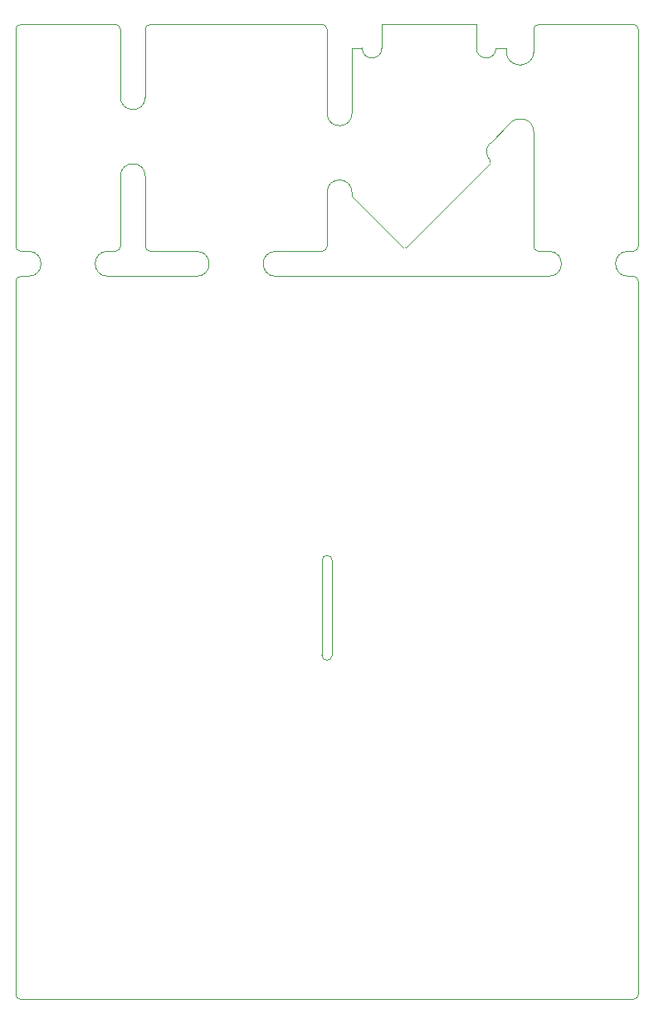
<source format=gm1>
G04 #@! TF.GenerationSoftware,KiCad,Pcbnew,5.1.12-84ad8e8a86~92~ubuntu16.04.1*
G04 #@! TF.CreationDate,2022-11-17T21:27:21+01:00*
G04 #@! TF.ProjectId,LedBar,4c656442-6172-42e6-9b69-6361645f7063,rev?*
G04 #@! TF.SameCoordinates,Original*
G04 #@! TF.FileFunction,Profile,NP*
%FSLAX46Y46*%
G04 Gerber Fmt 4.6, Leading zero omitted, Abs format (unit mm)*
G04 Created by KiCad (PCBNEW 5.1.12-84ad8e8a86~92~ubuntu16.04.1) date 2022-11-17 21:27:21*
%MOMM*%
%LPD*%
G01*
G04 APERTURE LIST*
G04 #@! TA.AperFunction,Profile*
%ADD10C,0.050000*%
G04 #@! TD*
G04 APERTURE END LIST*
D10*
X167766999Y-59309001D02*
G75*
G02*
X167766999Y-59562999I-126999J-126999D01*
G01*
X159130999Y-68198999D02*
G75*
G02*
X158877001Y-68198999I-126999J126999D01*
G01*
X167767000Y-59309000D02*
G75*
G02*
X167767000Y-57531000I889000J889000D01*
G01*
X169672000Y-55626000D02*
X167767000Y-57531000D01*
X153670000Y-62992000D02*
X158877000Y-68199000D01*
X159130999Y-68198999D02*
X167766999Y-59562999D01*
X119888000Y-144780000D02*
G75*
G02*
X119380000Y-144272000I0J508000D01*
G01*
X182880000Y-144272000D02*
G75*
G02*
X182372000Y-144780000I-508000J0D01*
G01*
X182372000Y-71120000D02*
G75*
G02*
X182880000Y-71628000I0J-508000D01*
G01*
X182880000Y-68072000D02*
G75*
G02*
X182372000Y-68580000I-508000J0D01*
G01*
X172720000Y-68580000D02*
G75*
G02*
X172212000Y-68072000I0J508000D01*
G01*
X182372000Y-45466000D02*
G75*
G02*
X182880000Y-45974000I0J-508000D01*
G01*
X172212000Y-45974000D02*
G75*
G02*
X172720000Y-45466000I508000J0D01*
G01*
X151130000Y-68072000D02*
G75*
G02*
X150622000Y-68580000I-508000J0D01*
G01*
X150622000Y-45466000D02*
G75*
G02*
X151130000Y-45974000I0J-508000D01*
G01*
X132588000Y-45974000D02*
G75*
G02*
X133096000Y-45466000I508000J0D01*
G01*
X133096000Y-68580000D02*
G75*
G02*
X132588000Y-68072000I0J508000D01*
G01*
X130048000Y-68072000D02*
G75*
G02*
X129540000Y-68580000I-508000J0D01*
G01*
X129540000Y-45466000D02*
G75*
G02*
X130048000Y-45974000I0J-508000D01*
G01*
X119380000Y-45974000D02*
G75*
G02*
X119888000Y-45466000I508000J0D01*
G01*
X119380000Y-71628000D02*
G75*
G02*
X119888000Y-71120000I508000J0D01*
G01*
X119888000Y-68580000D02*
G75*
G02*
X119380000Y-68072000I0J508000D01*
G01*
X182245000Y-71120000D02*
X182372000Y-71120000D01*
X173355000Y-68580000D02*
X172720000Y-68580000D01*
X182245000Y-68580000D02*
X182372000Y-68580000D01*
X172212000Y-56769000D02*
X172212000Y-68072000D01*
X182880000Y-45974000D02*
X182880000Y-68072000D01*
X172720000Y-45466000D02*
X182372000Y-45466000D01*
X172212000Y-47879000D02*
X172212000Y-45974000D01*
X120269000Y-71120000D02*
X119888000Y-71120000D01*
X119888000Y-68580000D02*
X120269000Y-68580000D01*
X153670000Y-47879000D02*
X153670000Y-54102000D01*
X151130000Y-45974000D02*
X151130000Y-54102000D01*
X132588000Y-52451000D02*
X132588000Y-45974000D01*
X146304000Y-68580000D02*
X150622000Y-68580000D01*
X133096000Y-68580000D02*
X137414000Y-68580000D01*
X132588000Y-61341000D02*
X132588000Y-68072000D01*
X129159000Y-71120000D02*
X137414000Y-71120000D01*
X130048000Y-61341000D02*
X130048000Y-68072000D01*
X130048000Y-45974000D02*
X130048000Y-52451000D01*
X129159000Y-68580000D02*
X129540000Y-68580000D01*
X146304000Y-71120000D02*
X173355000Y-71120000D01*
X119380000Y-68072000D02*
X119380000Y-45974000D01*
X151130000Y-62992000D02*
X151130000Y-68072000D01*
X133096000Y-45466000D02*
X150622000Y-45466000D01*
X119888000Y-45466000D02*
X129540000Y-45466000D01*
X119380000Y-144272000D02*
X119380000Y-71628000D01*
X182372000Y-144780000D02*
X119888000Y-144780000D01*
X182880000Y-71628000D02*
X182880000Y-144272000D01*
X181830000Y-71120000D02*
X182245000Y-71120000D01*
X181830000Y-68580000D02*
X182245000Y-68580000D01*
X173770000Y-68580000D02*
X173355000Y-68580000D01*
X173770000Y-71120000D02*
X173355000Y-71120000D01*
X173770000Y-68580000D02*
G75*
G02*
X173770000Y-71120000I0J-1270000D01*
G01*
X181830000Y-71120000D02*
G75*
G02*
X181830000Y-68580000I0J1270000D01*
G01*
X153670000Y-54517000D02*
X153670000Y-54102000D01*
X151130000Y-54517000D02*
X151130000Y-54102000D01*
X151130000Y-62577000D02*
X151130000Y-62992000D01*
X153670000Y-62577000D02*
X153670000Y-62992000D01*
X151130000Y-62577000D02*
G75*
G02*
X153670000Y-62577000I1270000J0D01*
G01*
X153670000Y-54517000D02*
G75*
G02*
X151130000Y-54517000I-1270000J0D01*
G01*
X145889000Y-71120000D02*
X146304000Y-71120000D01*
X145889000Y-68580000D02*
X146304000Y-68580000D01*
X137829000Y-68580000D02*
X137414000Y-68580000D01*
X137829000Y-71120000D02*
X137414000Y-71120000D01*
X137829000Y-68580000D02*
G75*
G02*
X137829000Y-71120000I0J-1270000D01*
G01*
X145889000Y-71120000D02*
G75*
G02*
X145889000Y-68580000I0J1270000D01*
G01*
X132588000Y-52866000D02*
X132588000Y-52451000D01*
X130048000Y-52866000D02*
X130048000Y-52451000D01*
X130048000Y-60926000D02*
X130048000Y-61341000D01*
X132588000Y-60926000D02*
X132588000Y-61341000D01*
X130048000Y-60926000D02*
G75*
G02*
X132588000Y-60926000I1270000J0D01*
G01*
X132588000Y-52866000D02*
G75*
G02*
X130048000Y-52866000I-1270000J0D01*
G01*
X128744000Y-71120000D02*
X129159000Y-71120000D01*
X128744000Y-68580000D02*
X129159000Y-68580000D01*
X120684000Y-68580000D02*
X120269000Y-68580000D01*
X120684000Y-71120000D02*
X120269000Y-71120000D01*
X120684000Y-68580000D02*
G75*
G02*
X120684000Y-71120000I0J-1270000D01*
G01*
X128744000Y-71120000D02*
G75*
G02*
X128744000Y-68580000I0J1270000D01*
G01*
X156718000Y-47879000D02*
X156718000Y-45466000D01*
X166370000Y-45466000D02*
X166370000Y-47879000D01*
X156718000Y-45466000D02*
X166370000Y-45466000D01*
X154718000Y-47879000D02*
X153670000Y-47879000D01*
X169418000Y-47879000D02*
X168370000Y-47879000D01*
X166370000Y-47879000D02*
G75*
G03*
X168370000Y-47879000I1000000J0D01*
G01*
X154718000Y-47879000D02*
G75*
G03*
X156718000Y-47879000I1000000J0D01*
G01*
X151650000Y-109728000D02*
X151650000Y-100076000D01*
X150610000Y-109728000D02*
X150610000Y-100076000D01*
X150610000Y-100076000D02*
G75*
G02*
X151650000Y-100076000I520000J0D01*
G01*
X151650000Y-109728000D02*
G75*
G02*
X150610000Y-109728000I-520000J0D01*
G01*
X169849800Y-55455974D02*
X169672000Y-55626000D01*
X170942000Y-55084000D02*
X170747826Y-55084000D01*
X170688000Y-49564000D02*
X170942000Y-49564000D01*
X172212000Y-48294000D02*
X172212000Y-47879000D01*
X169418000Y-48294000D02*
X169418000Y-47879000D01*
X172212000Y-56354000D02*
X172212000Y-56769000D01*
X169849800Y-55455974D02*
G75*
G02*
X170747826Y-55084000I898026J-898026D01*
G01*
X170688000Y-49564000D02*
G75*
G02*
X169418000Y-48294000I0J1270000D01*
G01*
X172212000Y-48294000D02*
G75*
G02*
X170942000Y-49564000I-1270000J0D01*
G01*
X170942000Y-55084000D02*
G75*
G02*
X172212000Y-56354000I0J-1270000D01*
G01*
M02*

</source>
